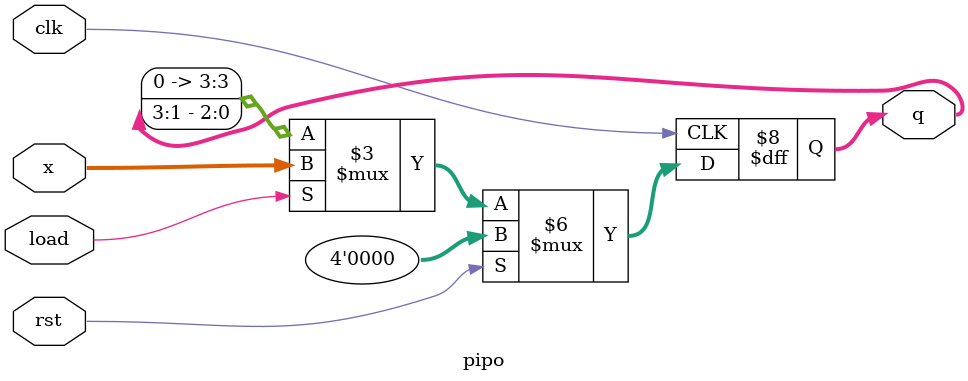
<source format=v>

module pipo(clk,rst,x,q,load);

	input [3:0]x;
	input clk,rst,load;
	output reg [3:0] q;

always@(posedge clk)
begin
	if(rst)
		q<=4'b0;
	else
	begin	
		if(load)
			q<=x;
		else
			q<={1'b0,q[3:1]};
	end
end

endmodule
	
</source>
